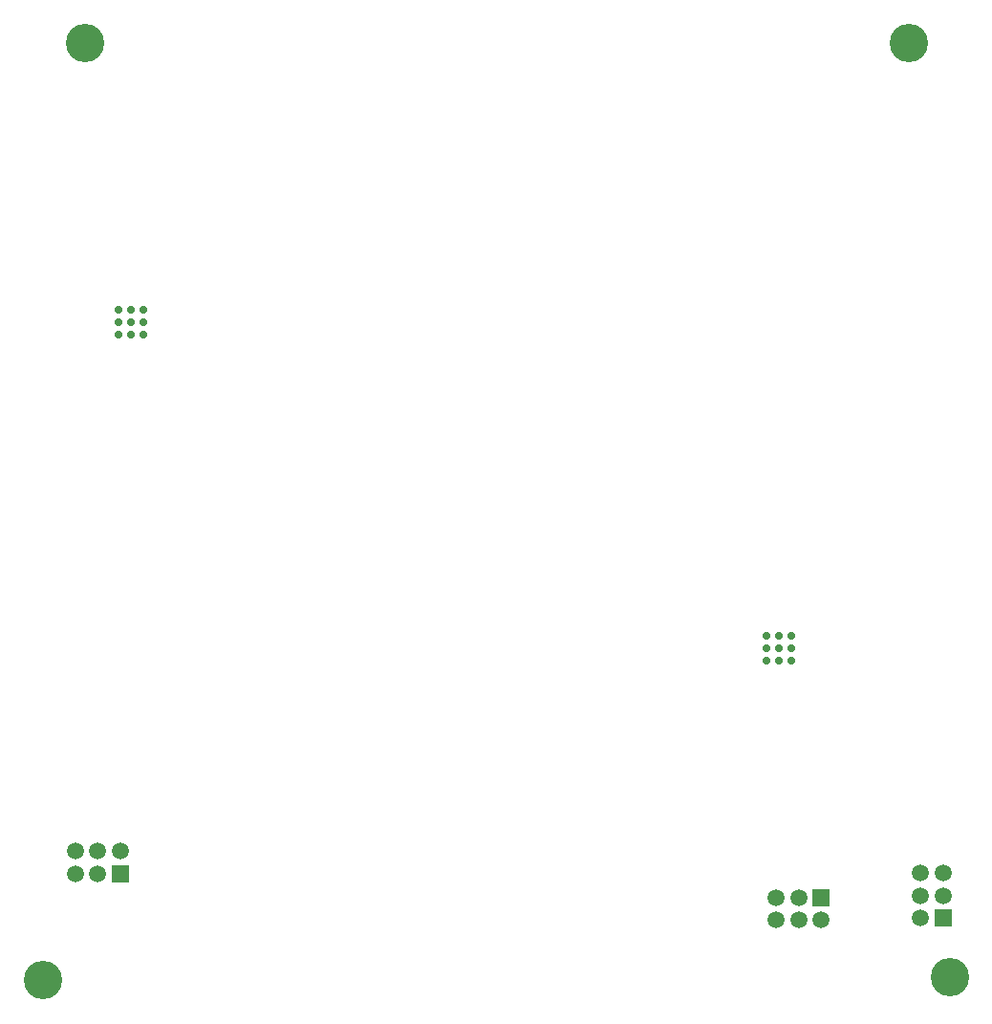
<source format=gbr>
G04 #@! TF.FileFunction,Soldermask,Bot*
%FSLAX46Y46*%
G04 Gerber Fmt 4.6, Leading zero omitted, Abs format (unit mm)*
G04 Created by KiCad (PCBNEW 4.0.7) date Thursday, March 08, 2018 'PMt' 03:01:10 PM*
%MOMM*%
%LPD*%
G01*
G04 APERTURE LIST*
%ADD10C,0.100000*%
%ADD11C,3.400000*%
%ADD12R,1.500000X1.500000*%
%ADD13C,1.500000*%
%ADD14C,0.740000*%
G04 APERTURE END LIST*
D10*
D11*
X185210000Y-59350000D03*
X188855000Y-142020000D03*
X108525000Y-142350000D03*
D12*
X177500000Y-135000000D03*
D13*
X177500000Y-137000000D03*
X175500000Y-135000000D03*
X175500000Y-137000000D03*
X173500000Y-135000000D03*
X173500000Y-137000000D03*
D12*
X115400000Y-132900000D03*
D13*
X115400000Y-130900000D03*
X113400000Y-132900000D03*
X113400000Y-130900000D03*
X111400000Y-132900000D03*
X111400000Y-130900000D03*
D12*
X188277620Y-136834336D03*
D13*
X186277620Y-136834336D03*
X188277620Y-134834336D03*
X186277620Y-134834336D03*
X188277620Y-132834336D03*
X186277620Y-132834336D03*
D11*
X112290000Y-59350000D03*
D14*
X115234760Y-85181328D03*
X116334760Y-85181328D03*
X117434760Y-85181328D03*
X115234760Y-84081328D03*
X116334760Y-84081328D03*
X117434760Y-84081328D03*
X115234760Y-82981328D03*
X116334760Y-82981328D03*
X117434760Y-82981328D03*
X174859692Y-114005988D03*
X174859692Y-112905988D03*
X174859692Y-111805988D03*
X173759692Y-114005988D03*
X173759692Y-112905988D03*
X173759692Y-111805988D03*
X172659692Y-114005988D03*
X172659692Y-112905988D03*
X172659692Y-111805988D03*
M02*

</source>
